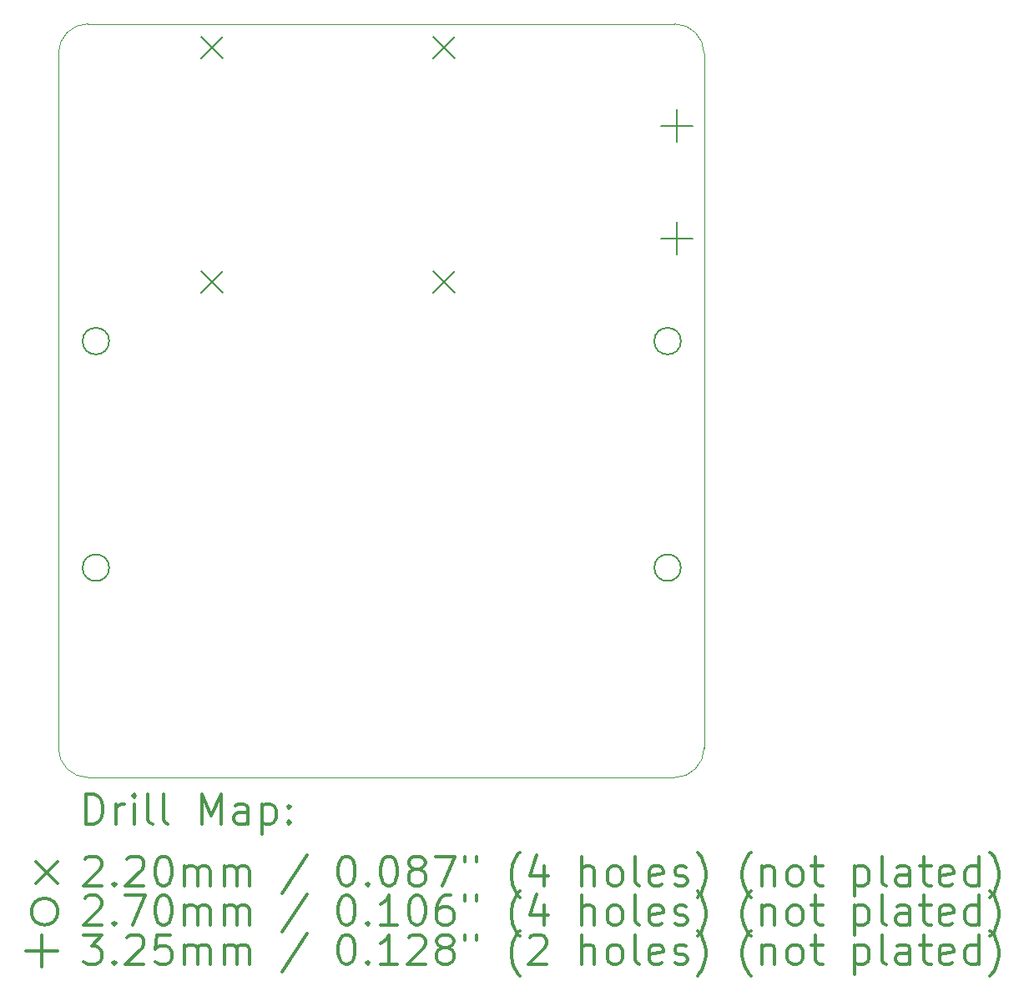
<source format=gbr>
%FSLAX45Y45*%
G04 Gerber Fmt 4.5, Leading zero omitted, Abs format (unit mm)*
G04 Created by KiCad (PCBNEW (5.0.1-3-g963ef8bb5)) date Montag, 24. Dezember 2018 um 15:41:16*
%MOMM*%
%LPD*%
G01*
G04 APERTURE LIST*
%ADD10C,0.100000*%
%ADD11C,0.200000*%
%ADD12C,0.300000*%
G04 APERTURE END LIST*
D10*
X17600000Y-12800000D02*
G75*
G03X17900000Y-12500000I0J300000D01*
G01*
X11350000Y-12500000D02*
G75*
G03X11650000Y-12800000I300000J0D01*
G01*
X11650000Y-12800000D02*
X17600000Y-12800000D01*
X11650000Y-5150000D02*
G75*
G03X11350000Y-5450000I0J-300000D01*
G01*
X17900000Y-5450000D02*
G75*
G03X17600000Y-5150000I-300000J0D01*
G01*
X11650000Y-5150000D02*
X17600000Y-5150000D01*
X11350000Y-5450000D02*
X11350000Y-12500000D01*
X17900000Y-5450000D02*
X17900000Y-12500000D01*
D11*
X12798000Y-5282000D02*
X13018000Y-5502000D01*
X13018000Y-5282000D02*
X12798000Y-5502000D01*
X12798000Y-7657000D02*
X13018000Y-7877000D01*
X13018000Y-7657000D02*
X12798000Y-7877000D01*
X15148000Y-5282000D02*
X15368000Y-5502000D01*
X15368000Y-5282000D02*
X15148000Y-5502000D01*
X15148000Y-7657000D02*
X15368000Y-7877000D01*
X15368000Y-7657000D02*
X15148000Y-7877000D01*
X17665000Y-10670000D02*
G75*
G03X17665000Y-10670000I-135000J0D01*
G01*
X17665000Y-8370000D02*
G75*
G03X17665000Y-8370000I-135000J0D01*
G01*
X11865000Y-8370000D02*
G75*
G03X11865000Y-8370000I-135000J0D01*
G01*
X11865000Y-10670000D02*
G75*
G03X11865000Y-10670000I-135000J0D01*
G01*
X17624000Y-6020500D02*
X17624000Y-6345500D01*
X17461500Y-6183000D02*
X17786500Y-6183000D01*
X17624000Y-7163500D02*
X17624000Y-7488500D01*
X17461500Y-7326000D02*
X17786500Y-7326000D01*
D12*
X11631428Y-13270714D02*
X11631428Y-12970714D01*
X11702857Y-12970714D01*
X11745714Y-12985000D01*
X11774286Y-13013571D01*
X11788571Y-13042143D01*
X11802857Y-13099286D01*
X11802857Y-13142143D01*
X11788571Y-13199286D01*
X11774286Y-13227857D01*
X11745714Y-13256429D01*
X11702857Y-13270714D01*
X11631428Y-13270714D01*
X11931428Y-13270714D02*
X11931428Y-13070714D01*
X11931428Y-13127857D02*
X11945714Y-13099286D01*
X11960000Y-13085000D01*
X11988571Y-13070714D01*
X12017143Y-13070714D01*
X12117143Y-13270714D02*
X12117143Y-13070714D01*
X12117143Y-12970714D02*
X12102857Y-12985000D01*
X12117143Y-12999286D01*
X12131428Y-12985000D01*
X12117143Y-12970714D01*
X12117143Y-12999286D01*
X12302857Y-13270714D02*
X12274286Y-13256429D01*
X12260000Y-13227857D01*
X12260000Y-12970714D01*
X12460000Y-13270714D02*
X12431428Y-13256429D01*
X12417143Y-13227857D01*
X12417143Y-12970714D01*
X12802857Y-13270714D02*
X12802857Y-12970714D01*
X12902857Y-13185000D01*
X13002857Y-12970714D01*
X13002857Y-13270714D01*
X13274286Y-13270714D02*
X13274286Y-13113571D01*
X13260000Y-13085000D01*
X13231428Y-13070714D01*
X13174286Y-13070714D01*
X13145714Y-13085000D01*
X13274286Y-13256429D02*
X13245714Y-13270714D01*
X13174286Y-13270714D01*
X13145714Y-13256429D01*
X13131428Y-13227857D01*
X13131428Y-13199286D01*
X13145714Y-13170714D01*
X13174286Y-13156429D01*
X13245714Y-13156429D01*
X13274286Y-13142143D01*
X13417143Y-13070714D02*
X13417143Y-13370714D01*
X13417143Y-13085000D02*
X13445714Y-13070714D01*
X13502857Y-13070714D01*
X13531428Y-13085000D01*
X13545714Y-13099286D01*
X13560000Y-13127857D01*
X13560000Y-13213571D01*
X13545714Y-13242143D01*
X13531428Y-13256429D01*
X13502857Y-13270714D01*
X13445714Y-13270714D01*
X13417143Y-13256429D01*
X13688571Y-13242143D02*
X13702857Y-13256429D01*
X13688571Y-13270714D01*
X13674286Y-13256429D01*
X13688571Y-13242143D01*
X13688571Y-13270714D01*
X13688571Y-13085000D02*
X13702857Y-13099286D01*
X13688571Y-13113571D01*
X13674286Y-13099286D01*
X13688571Y-13085000D01*
X13688571Y-13113571D01*
X11125000Y-13655000D02*
X11345000Y-13875000D01*
X11345000Y-13655000D02*
X11125000Y-13875000D01*
X11617143Y-13629286D02*
X11631428Y-13615000D01*
X11660000Y-13600714D01*
X11731428Y-13600714D01*
X11760000Y-13615000D01*
X11774286Y-13629286D01*
X11788571Y-13657857D01*
X11788571Y-13686429D01*
X11774286Y-13729286D01*
X11602857Y-13900714D01*
X11788571Y-13900714D01*
X11917143Y-13872143D02*
X11931428Y-13886429D01*
X11917143Y-13900714D01*
X11902857Y-13886429D01*
X11917143Y-13872143D01*
X11917143Y-13900714D01*
X12045714Y-13629286D02*
X12060000Y-13615000D01*
X12088571Y-13600714D01*
X12160000Y-13600714D01*
X12188571Y-13615000D01*
X12202857Y-13629286D01*
X12217143Y-13657857D01*
X12217143Y-13686429D01*
X12202857Y-13729286D01*
X12031428Y-13900714D01*
X12217143Y-13900714D01*
X12402857Y-13600714D02*
X12431428Y-13600714D01*
X12460000Y-13615000D01*
X12474286Y-13629286D01*
X12488571Y-13657857D01*
X12502857Y-13715000D01*
X12502857Y-13786429D01*
X12488571Y-13843571D01*
X12474286Y-13872143D01*
X12460000Y-13886429D01*
X12431428Y-13900714D01*
X12402857Y-13900714D01*
X12374286Y-13886429D01*
X12360000Y-13872143D01*
X12345714Y-13843571D01*
X12331428Y-13786429D01*
X12331428Y-13715000D01*
X12345714Y-13657857D01*
X12360000Y-13629286D01*
X12374286Y-13615000D01*
X12402857Y-13600714D01*
X12631428Y-13900714D02*
X12631428Y-13700714D01*
X12631428Y-13729286D02*
X12645714Y-13715000D01*
X12674286Y-13700714D01*
X12717143Y-13700714D01*
X12745714Y-13715000D01*
X12760000Y-13743571D01*
X12760000Y-13900714D01*
X12760000Y-13743571D02*
X12774286Y-13715000D01*
X12802857Y-13700714D01*
X12845714Y-13700714D01*
X12874286Y-13715000D01*
X12888571Y-13743571D01*
X12888571Y-13900714D01*
X13031428Y-13900714D02*
X13031428Y-13700714D01*
X13031428Y-13729286D02*
X13045714Y-13715000D01*
X13074286Y-13700714D01*
X13117143Y-13700714D01*
X13145714Y-13715000D01*
X13160000Y-13743571D01*
X13160000Y-13900714D01*
X13160000Y-13743571D02*
X13174286Y-13715000D01*
X13202857Y-13700714D01*
X13245714Y-13700714D01*
X13274286Y-13715000D01*
X13288571Y-13743571D01*
X13288571Y-13900714D01*
X13874286Y-13586429D02*
X13617143Y-13972143D01*
X14260000Y-13600714D02*
X14288571Y-13600714D01*
X14317143Y-13615000D01*
X14331428Y-13629286D01*
X14345714Y-13657857D01*
X14360000Y-13715000D01*
X14360000Y-13786429D01*
X14345714Y-13843571D01*
X14331428Y-13872143D01*
X14317143Y-13886429D01*
X14288571Y-13900714D01*
X14260000Y-13900714D01*
X14231428Y-13886429D01*
X14217143Y-13872143D01*
X14202857Y-13843571D01*
X14188571Y-13786429D01*
X14188571Y-13715000D01*
X14202857Y-13657857D01*
X14217143Y-13629286D01*
X14231428Y-13615000D01*
X14260000Y-13600714D01*
X14488571Y-13872143D02*
X14502857Y-13886429D01*
X14488571Y-13900714D01*
X14474286Y-13886429D01*
X14488571Y-13872143D01*
X14488571Y-13900714D01*
X14688571Y-13600714D02*
X14717143Y-13600714D01*
X14745714Y-13615000D01*
X14760000Y-13629286D01*
X14774286Y-13657857D01*
X14788571Y-13715000D01*
X14788571Y-13786429D01*
X14774286Y-13843571D01*
X14760000Y-13872143D01*
X14745714Y-13886429D01*
X14717143Y-13900714D01*
X14688571Y-13900714D01*
X14660000Y-13886429D01*
X14645714Y-13872143D01*
X14631428Y-13843571D01*
X14617143Y-13786429D01*
X14617143Y-13715000D01*
X14631428Y-13657857D01*
X14645714Y-13629286D01*
X14660000Y-13615000D01*
X14688571Y-13600714D01*
X14960000Y-13729286D02*
X14931428Y-13715000D01*
X14917143Y-13700714D01*
X14902857Y-13672143D01*
X14902857Y-13657857D01*
X14917143Y-13629286D01*
X14931428Y-13615000D01*
X14960000Y-13600714D01*
X15017143Y-13600714D01*
X15045714Y-13615000D01*
X15060000Y-13629286D01*
X15074286Y-13657857D01*
X15074286Y-13672143D01*
X15060000Y-13700714D01*
X15045714Y-13715000D01*
X15017143Y-13729286D01*
X14960000Y-13729286D01*
X14931428Y-13743571D01*
X14917143Y-13757857D01*
X14902857Y-13786429D01*
X14902857Y-13843571D01*
X14917143Y-13872143D01*
X14931428Y-13886429D01*
X14960000Y-13900714D01*
X15017143Y-13900714D01*
X15045714Y-13886429D01*
X15060000Y-13872143D01*
X15074286Y-13843571D01*
X15074286Y-13786429D01*
X15060000Y-13757857D01*
X15045714Y-13743571D01*
X15017143Y-13729286D01*
X15174286Y-13600714D02*
X15374286Y-13600714D01*
X15245714Y-13900714D01*
X15474286Y-13600714D02*
X15474286Y-13657857D01*
X15588571Y-13600714D02*
X15588571Y-13657857D01*
X16031428Y-14015000D02*
X16017143Y-14000714D01*
X15988571Y-13957857D01*
X15974286Y-13929286D01*
X15960000Y-13886429D01*
X15945714Y-13815000D01*
X15945714Y-13757857D01*
X15960000Y-13686429D01*
X15974286Y-13643571D01*
X15988571Y-13615000D01*
X16017143Y-13572143D01*
X16031428Y-13557857D01*
X16274286Y-13700714D02*
X16274286Y-13900714D01*
X16202857Y-13586429D02*
X16131428Y-13800714D01*
X16317143Y-13800714D01*
X16660000Y-13900714D02*
X16660000Y-13600714D01*
X16788571Y-13900714D02*
X16788571Y-13743571D01*
X16774286Y-13715000D01*
X16745714Y-13700714D01*
X16702857Y-13700714D01*
X16674286Y-13715000D01*
X16660000Y-13729286D01*
X16974286Y-13900714D02*
X16945714Y-13886429D01*
X16931428Y-13872143D01*
X16917143Y-13843571D01*
X16917143Y-13757857D01*
X16931428Y-13729286D01*
X16945714Y-13715000D01*
X16974286Y-13700714D01*
X17017143Y-13700714D01*
X17045714Y-13715000D01*
X17060000Y-13729286D01*
X17074286Y-13757857D01*
X17074286Y-13843571D01*
X17060000Y-13872143D01*
X17045714Y-13886429D01*
X17017143Y-13900714D01*
X16974286Y-13900714D01*
X17245714Y-13900714D02*
X17217143Y-13886429D01*
X17202857Y-13857857D01*
X17202857Y-13600714D01*
X17474286Y-13886429D02*
X17445714Y-13900714D01*
X17388571Y-13900714D01*
X17360000Y-13886429D01*
X17345714Y-13857857D01*
X17345714Y-13743571D01*
X17360000Y-13715000D01*
X17388571Y-13700714D01*
X17445714Y-13700714D01*
X17474286Y-13715000D01*
X17488571Y-13743571D01*
X17488571Y-13772143D01*
X17345714Y-13800714D01*
X17602857Y-13886429D02*
X17631428Y-13900714D01*
X17688571Y-13900714D01*
X17717143Y-13886429D01*
X17731428Y-13857857D01*
X17731428Y-13843571D01*
X17717143Y-13815000D01*
X17688571Y-13800714D01*
X17645714Y-13800714D01*
X17617143Y-13786429D01*
X17602857Y-13757857D01*
X17602857Y-13743571D01*
X17617143Y-13715000D01*
X17645714Y-13700714D01*
X17688571Y-13700714D01*
X17717143Y-13715000D01*
X17831428Y-14015000D02*
X17845714Y-14000714D01*
X17874286Y-13957857D01*
X17888571Y-13929286D01*
X17902857Y-13886429D01*
X17917143Y-13815000D01*
X17917143Y-13757857D01*
X17902857Y-13686429D01*
X17888571Y-13643571D01*
X17874286Y-13615000D01*
X17845714Y-13572143D01*
X17831428Y-13557857D01*
X18374286Y-14015000D02*
X18360000Y-14000714D01*
X18331428Y-13957857D01*
X18317143Y-13929286D01*
X18302857Y-13886429D01*
X18288571Y-13815000D01*
X18288571Y-13757857D01*
X18302857Y-13686429D01*
X18317143Y-13643571D01*
X18331428Y-13615000D01*
X18360000Y-13572143D01*
X18374286Y-13557857D01*
X18488571Y-13700714D02*
X18488571Y-13900714D01*
X18488571Y-13729286D02*
X18502857Y-13715000D01*
X18531428Y-13700714D01*
X18574286Y-13700714D01*
X18602857Y-13715000D01*
X18617143Y-13743571D01*
X18617143Y-13900714D01*
X18802857Y-13900714D02*
X18774286Y-13886429D01*
X18760000Y-13872143D01*
X18745714Y-13843571D01*
X18745714Y-13757857D01*
X18760000Y-13729286D01*
X18774286Y-13715000D01*
X18802857Y-13700714D01*
X18845714Y-13700714D01*
X18874286Y-13715000D01*
X18888571Y-13729286D01*
X18902857Y-13757857D01*
X18902857Y-13843571D01*
X18888571Y-13872143D01*
X18874286Y-13886429D01*
X18845714Y-13900714D01*
X18802857Y-13900714D01*
X18988571Y-13700714D02*
X19102857Y-13700714D01*
X19031428Y-13600714D02*
X19031428Y-13857857D01*
X19045714Y-13886429D01*
X19074286Y-13900714D01*
X19102857Y-13900714D01*
X19431428Y-13700714D02*
X19431428Y-14000714D01*
X19431428Y-13715000D02*
X19460000Y-13700714D01*
X19517143Y-13700714D01*
X19545714Y-13715000D01*
X19560000Y-13729286D01*
X19574286Y-13757857D01*
X19574286Y-13843571D01*
X19560000Y-13872143D01*
X19545714Y-13886429D01*
X19517143Y-13900714D01*
X19460000Y-13900714D01*
X19431428Y-13886429D01*
X19745714Y-13900714D02*
X19717143Y-13886429D01*
X19702857Y-13857857D01*
X19702857Y-13600714D01*
X19988571Y-13900714D02*
X19988571Y-13743571D01*
X19974286Y-13715000D01*
X19945714Y-13700714D01*
X19888571Y-13700714D01*
X19860000Y-13715000D01*
X19988571Y-13886429D02*
X19960000Y-13900714D01*
X19888571Y-13900714D01*
X19860000Y-13886429D01*
X19845714Y-13857857D01*
X19845714Y-13829286D01*
X19860000Y-13800714D01*
X19888571Y-13786429D01*
X19960000Y-13786429D01*
X19988571Y-13772143D01*
X20088571Y-13700714D02*
X20202857Y-13700714D01*
X20131428Y-13600714D02*
X20131428Y-13857857D01*
X20145714Y-13886429D01*
X20174286Y-13900714D01*
X20202857Y-13900714D01*
X20417143Y-13886429D02*
X20388571Y-13900714D01*
X20331428Y-13900714D01*
X20302857Y-13886429D01*
X20288571Y-13857857D01*
X20288571Y-13743571D01*
X20302857Y-13715000D01*
X20331428Y-13700714D01*
X20388571Y-13700714D01*
X20417143Y-13715000D01*
X20431428Y-13743571D01*
X20431428Y-13772143D01*
X20288571Y-13800714D01*
X20688571Y-13900714D02*
X20688571Y-13600714D01*
X20688571Y-13886429D02*
X20660000Y-13900714D01*
X20602857Y-13900714D01*
X20574286Y-13886429D01*
X20560000Y-13872143D01*
X20545714Y-13843571D01*
X20545714Y-13757857D01*
X20560000Y-13729286D01*
X20574286Y-13715000D01*
X20602857Y-13700714D01*
X20660000Y-13700714D01*
X20688571Y-13715000D01*
X20802857Y-14015000D02*
X20817143Y-14000714D01*
X20845714Y-13957857D01*
X20860000Y-13929286D01*
X20874286Y-13886429D01*
X20888571Y-13815000D01*
X20888571Y-13757857D01*
X20874286Y-13686429D01*
X20860000Y-13643571D01*
X20845714Y-13615000D01*
X20817143Y-13572143D01*
X20802857Y-13557857D01*
X11345000Y-14161000D02*
G75*
G03X11345000Y-14161000I-135000J0D01*
G01*
X11617143Y-14025286D02*
X11631428Y-14011000D01*
X11660000Y-13996714D01*
X11731428Y-13996714D01*
X11760000Y-14011000D01*
X11774286Y-14025286D01*
X11788571Y-14053857D01*
X11788571Y-14082429D01*
X11774286Y-14125286D01*
X11602857Y-14296714D01*
X11788571Y-14296714D01*
X11917143Y-14268143D02*
X11931428Y-14282429D01*
X11917143Y-14296714D01*
X11902857Y-14282429D01*
X11917143Y-14268143D01*
X11917143Y-14296714D01*
X12031428Y-13996714D02*
X12231428Y-13996714D01*
X12102857Y-14296714D01*
X12402857Y-13996714D02*
X12431428Y-13996714D01*
X12460000Y-14011000D01*
X12474286Y-14025286D01*
X12488571Y-14053857D01*
X12502857Y-14111000D01*
X12502857Y-14182429D01*
X12488571Y-14239571D01*
X12474286Y-14268143D01*
X12460000Y-14282429D01*
X12431428Y-14296714D01*
X12402857Y-14296714D01*
X12374286Y-14282429D01*
X12360000Y-14268143D01*
X12345714Y-14239571D01*
X12331428Y-14182429D01*
X12331428Y-14111000D01*
X12345714Y-14053857D01*
X12360000Y-14025286D01*
X12374286Y-14011000D01*
X12402857Y-13996714D01*
X12631428Y-14296714D02*
X12631428Y-14096714D01*
X12631428Y-14125286D02*
X12645714Y-14111000D01*
X12674286Y-14096714D01*
X12717143Y-14096714D01*
X12745714Y-14111000D01*
X12760000Y-14139571D01*
X12760000Y-14296714D01*
X12760000Y-14139571D02*
X12774286Y-14111000D01*
X12802857Y-14096714D01*
X12845714Y-14096714D01*
X12874286Y-14111000D01*
X12888571Y-14139571D01*
X12888571Y-14296714D01*
X13031428Y-14296714D02*
X13031428Y-14096714D01*
X13031428Y-14125286D02*
X13045714Y-14111000D01*
X13074286Y-14096714D01*
X13117143Y-14096714D01*
X13145714Y-14111000D01*
X13160000Y-14139571D01*
X13160000Y-14296714D01*
X13160000Y-14139571D02*
X13174286Y-14111000D01*
X13202857Y-14096714D01*
X13245714Y-14096714D01*
X13274286Y-14111000D01*
X13288571Y-14139571D01*
X13288571Y-14296714D01*
X13874286Y-13982429D02*
X13617143Y-14368143D01*
X14260000Y-13996714D02*
X14288571Y-13996714D01*
X14317143Y-14011000D01*
X14331428Y-14025286D01*
X14345714Y-14053857D01*
X14360000Y-14111000D01*
X14360000Y-14182429D01*
X14345714Y-14239571D01*
X14331428Y-14268143D01*
X14317143Y-14282429D01*
X14288571Y-14296714D01*
X14260000Y-14296714D01*
X14231428Y-14282429D01*
X14217143Y-14268143D01*
X14202857Y-14239571D01*
X14188571Y-14182429D01*
X14188571Y-14111000D01*
X14202857Y-14053857D01*
X14217143Y-14025286D01*
X14231428Y-14011000D01*
X14260000Y-13996714D01*
X14488571Y-14268143D02*
X14502857Y-14282429D01*
X14488571Y-14296714D01*
X14474286Y-14282429D01*
X14488571Y-14268143D01*
X14488571Y-14296714D01*
X14788571Y-14296714D02*
X14617143Y-14296714D01*
X14702857Y-14296714D02*
X14702857Y-13996714D01*
X14674286Y-14039571D01*
X14645714Y-14068143D01*
X14617143Y-14082429D01*
X14974286Y-13996714D02*
X15002857Y-13996714D01*
X15031428Y-14011000D01*
X15045714Y-14025286D01*
X15060000Y-14053857D01*
X15074286Y-14111000D01*
X15074286Y-14182429D01*
X15060000Y-14239571D01*
X15045714Y-14268143D01*
X15031428Y-14282429D01*
X15002857Y-14296714D01*
X14974286Y-14296714D01*
X14945714Y-14282429D01*
X14931428Y-14268143D01*
X14917143Y-14239571D01*
X14902857Y-14182429D01*
X14902857Y-14111000D01*
X14917143Y-14053857D01*
X14931428Y-14025286D01*
X14945714Y-14011000D01*
X14974286Y-13996714D01*
X15331428Y-13996714D02*
X15274286Y-13996714D01*
X15245714Y-14011000D01*
X15231428Y-14025286D01*
X15202857Y-14068143D01*
X15188571Y-14125286D01*
X15188571Y-14239571D01*
X15202857Y-14268143D01*
X15217143Y-14282429D01*
X15245714Y-14296714D01*
X15302857Y-14296714D01*
X15331428Y-14282429D01*
X15345714Y-14268143D01*
X15360000Y-14239571D01*
X15360000Y-14168143D01*
X15345714Y-14139571D01*
X15331428Y-14125286D01*
X15302857Y-14111000D01*
X15245714Y-14111000D01*
X15217143Y-14125286D01*
X15202857Y-14139571D01*
X15188571Y-14168143D01*
X15474286Y-13996714D02*
X15474286Y-14053857D01*
X15588571Y-13996714D02*
X15588571Y-14053857D01*
X16031428Y-14411000D02*
X16017143Y-14396714D01*
X15988571Y-14353857D01*
X15974286Y-14325286D01*
X15960000Y-14282429D01*
X15945714Y-14211000D01*
X15945714Y-14153857D01*
X15960000Y-14082429D01*
X15974286Y-14039571D01*
X15988571Y-14011000D01*
X16017143Y-13968143D01*
X16031428Y-13953857D01*
X16274286Y-14096714D02*
X16274286Y-14296714D01*
X16202857Y-13982429D02*
X16131428Y-14196714D01*
X16317143Y-14196714D01*
X16660000Y-14296714D02*
X16660000Y-13996714D01*
X16788571Y-14296714D02*
X16788571Y-14139571D01*
X16774286Y-14111000D01*
X16745714Y-14096714D01*
X16702857Y-14096714D01*
X16674286Y-14111000D01*
X16660000Y-14125286D01*
X16974286Y-14296714D02*
X16945714Y-14282429D01*
X16931428Y-14268143D01*
X16917143Y-14239571D01*
X16917143Y-14153857D01*
X16931428Y-14125286D01*
X16945714Y-14111000D01*
X16974286Y-14096714D01*
X17017143Y-14096714D01*
X17045714Y-14111000D01*
X17060000Y-14125286D01*
X17074286Y-14153857D01*
X17074286Y-14239571D01*
X17060000Y-14268143D01*
X17045714Y-14282429D01*
X17017143Y-14296714D01*
X16974286Y-14296714D01*
X17245714Y-14296714D02*
X17217143Y-14282429D01*
X17202857Y-14253857D01*
X17202857Y-13996714D01*
X17474286Y-14282429D02*
X17445714Y-14296714D01*
X17388571Y-14296714D01*
X17360000Y-14282429D01*
X17345714Y-14253857D01*
X17345714Y-14139571D01*
X17360000Y-14111000D01*
X17388571Y-14096714D01*
X17445714Y-14096714D01*
X17474286Y-14111000D01*
X17488571Y-14139571D01*
X17488571Y-14168143D01*
X17345714Y-14196714D01*
X17602857Y-14282429D02*
X17631428Y-14296714D01*
X17688571Y-14296714D01*
X17717143Y-14282429D01*
X17731428Y-14253857D01*
X17731428Y-14239571D01*
X17717143Y-14211000D01*
X17688571Y-14196714D01*
X17645714Y-14196714D01*
X17617143Y-14182429D01*
X17602857Y-14153857D01*
X17602857Y-14139571D01*
X17617143Y-14111000D01*
X17645714Y-14096714D01*
X17688571Y-14096714D01*
X17717143Y-14111000D01*
X17831428Y-14411000D02*
X17845714Y-14396714D01*
X17874286Y-14353857D01*
X17888571Y-14325286D01*
X17902857Y-14282429D01*
X17917143Y-14211000D01*
X17917143Y-14153857D01*
X17902857Y-14082429D01*
X17888571Y-14039571D01*
X17874286Y-14011000D01*
X17845714Y-13968143D01*
X17831428Y-13953857D01*
X18374286Y-14411000D02*
X18360000Y-14396714D01*
X18331428Y-14353857D01*
X18317143Y-14325286D01*
X18302857Y-14282429D01*
X18288571Y-14211000D01*
X18288571Y-14153857D01*
X18302857Y-14082429D01*
X18317143Y-14039571D01*
X18331428Y-14011000D01*
X18360000Y-13968143D01*
X18374286Y-13953857D01*
X18488571Y-14096714D02*
X18488571Y-14296714D01*
X18488571Y-14125286D02*
X18502857Y-14111000D01*
X18531428Y-14096714D01*
X18574286Y-14096714D01*
X18602857Y-14111000D01*
X18617143Y-14139571D01*
X18617143Y-14296714D01*
X18802857Y-14296714D02*
X18774286Y-14282429D01*
X18760000Y-14268143D01*
X18745714Y-14239571D01*
X18745714Y-14153857D01*
X18760000Y-14125286D01*
X18774286Y-14111000D01*
X18802857Y-14096714D01*
X18845714Y-14096714D01*
X18874286Y-14111000D01*
X18888571Y-14125286D01*
X18902857Y-14153857D01*
X18902857Y-14239571D01*
X18888571Y-14268143D01*
X18874286Y-14282429D01*
X18845714Y-14296714D01*
X18802857Y-14296714D01*
X18988571Y-14096714D02*
X19102857Y-14096714D01*
X19031428Y-13996714D02*
X19031428Y-14253857D01*
X19045714Y-14282429D01*
X19074286Y-14296714D01*
X19102857Y-14296714D01*
X19431428Y-14096714D02*
X19431428Y-14396714D01*
X19431428Y-14111000D02*
X19460000Y-14096714D01*
X19517143Y-14096714D01*
X19545714Y-14111000D01*
X19560000Y-14125286D01*
X19574286Y-14153857D01*
X19574286Y-14239571D01*
X19560000Y-14268143D01*
X19545714Y-14282429D01*
X19517143Y-14296714D01*
X19460000Y-14296714D01*
X19431428Y-14282429D01*
X19745714Y-14296714D02*
X19717143Y-14282429D01*
X19702857Y-14253857D01*
X19702857Y-13996714D01*
X19988571Y-14296714D02*
X19988571Y-14139571D01*
X19974286Y-14111000D01*
X19945714Y-14096714D01*
X19888571Y-14096714D01*
X19860000Y-14111000D01*
X19988571Y-14282429D02*
X19960000Y-14296714D01*
X19888571Y-14296714D01*
X19860000Y-14282429D01*
X19845714Y-14253857D01*
X19845714Y-14225286D01*
X19860000Y-14196714D01*
X19888571Y-14182429D01*
X19960000Y-14182429D01*
X19988571Y-14168143D01*
X20088571Y-14096714D02*
X20202857Y-14096714D01*
X20131428Y-13996714D02*
X20131428Y-14253857D01*
X20145714Y-14282429D01*
X20174286Y-14296714D01*
X20202857Y-14296714D01*
X20417143Y-14282429D02*
X20388571Y-14296714D01*
X20331428Y-14296714D01*
X20302857Y-14282429D01*
X20288571Y-14253857D01*
X20288571Y-14139571D01*
X20302857Y-14111000D01*
X20331428Y-14096714D01*
X20388571Y-14096714D01*
X20417143Y-14111000D01*
X20431428Y-14139571D01*
X20431428Y-14168143D01*
X20288571Y-14196714D01*
X20688571Y-14296714D02*
X20688571Y-13996714D01*
X20688571Y-14282429D02*
X20660000Y-14296714D01*
X20602857Y-14296714D01*
X20574286Y-14282429D01*
X20560000Y-14268143D01*
X20545714Y-14239571D01*
X20545714Y-14153857D01*
X20560000Y-14125286D01*
X20574286Y-14111000D01*
X20602857Y-14096714D01*
X20660000Y-14096714D01*
X20688571Y-14111000D01*
X20802857Y-14411000D02*
X20817143Y-14396714D01*
X20845714Y-14353857D01*
X20860000Y-14325286D01*
X20874286Y-14282429D01*
X20888571Y-14211000D01*
X20888571Y-14153857D01*
X20874286Y-14082429D01*
X20860000Y-14039571D01*
X20845714Y-14011000D01*
X20817143Y-13968143D01*
X20802857Y-13953857D01*
X11182500Y-14398500D02*
X11182500Y-14723500D01*
X11020000Y-14561000D02*
X11345000Y-14561000D01*
X11602857Y-14396714D02*
X11788571Y-14396714D01*
X11688571Y-14511000D01*
X11731428Y-14511000D01*
X11760000Y-14525286D01*
X11774286Y-14539571D01*
X11788571Y-14568143D01*
X11788571Y-14639571D01*
X11774286Y-14668143D01*
X11760000Y-14682429D01*
X11731428Y-14696714D01*
X11645714Y-14696714D01*
X11617143Y-14682429D01*
X11602857Y-14668143D01*
X11917143Y-14668143D02*
X11931428Y-14682429D01*
X11917143Y-14696714D01*
X11902857Y-14682429D01*
X11917143Y-14668143D01*
X11917143Y-14696714D01*
X12045714Y-14425286D02*
X12060000Y-14411000D01*
X12088571Y-14396714D01*
X12160000Y-14396714D01*
X12188571Y-14411000D01*
X12202857Y-14425286D01*
X12217143Y-14453857D01*
X12217143Y-14482429D01*
X12202857Y-14525286D01*
X12031428Y-14696714D01*
X12217143Y-14696714D01*
X12488571Y-14396714D02*
X12345714Y-14396714D01*
X12331428Y-14539571D01*
X12345714Y-14525286D01*
X12374286Y-14511000D01*
X12445714Y-14511000D01*
X12474286Y-14525286D01*
X12488571Y-14539571D01*
X12502857Y-14568143D01*
X12502857Y-14639571D01*
X12488571Y-14668143D01*
X12474286Y-14682429D01*
X12445714Y-14696714D01*
X12374286Y-14696714D01*
X12345714Y-14682429D01*
X12331428Y-14668143D01*
X12631428Y-14696714D02*
X12631428Y-14496714D01*
X12631428Y-14525286D02*
X12645714Y-14511000D01*
X12674286Y-14496714D01*
X12717143Y-14496714D01*
X12745714Y-14511000D01*
X12760000Y-14539571D01*
X12760000Y-14696714D01*
X12760000Y-14539571D02*
X12774286Y-14511000D01*
X12802857Y-14496714D01*
X12845714Y-14496714D01*
X12874286Y-14511000D01*
X12888571Y-14539571D01*
X12888571Y-14696714D01*
X13031428Y-14696714D02*
X13031428Y-14496714D01*
X13031428Y-14525286D02*
X13045714Y-14511000D01*
X13074286Y-14496714D01*
X13117143Y-14496714D01*
X13145714Y-14511000D01*
X13160000Y-14539571D01*
X13160000Y-14696714D01*
X13160000Y-14539571D02*
X13174286Y-14511000D01*
X13202857Y-14496714D01*
X13245714Y-14496714D01*
X13274286Y-14511000D01*
X13288571Y-14539571D01*
X13288571Y-14696714D01*
X13874286Y-14382429D02*
X13617143Y-14768143D01*
X14260000Y-14396714D02*
X14288571Y-14396714D01*
X14317143Y-14411000D01*
X14331428Y-14425286D01*
X14345714Y-14453857D01*
X14360000Y-14511000D01*
X14360000Y-14582429D01*
X14345714Y-14639571D01*
X14331428Y-14668143D01*
X14317143Y-14682429D01*
X14288571Y-14696714D01*
X14260000Y-14696714D01*
X14231428Y-14682429D01*
X14217143Y-14668143D01*
X14202857Y-14639571D01*
X14188571Y-14582429D01*
X14188571Y-14511000D01*
X14202857Y-14453857D01*
X14217143Y-14425286D01*
X14231428Y-14411000D01*
X14260000Y-14396714D01*
X14488571Y-14668143D02*
X14502857Y-14682429D01*
X14488571Y-14696714D01*
X14474286Y-14682429D01*
X14488571Y-14668143D01*
X14488571Y-14696714D01*
X14788571Y-14696714D02*
X14617143Y-14696714D01*
X14702857Y-14696714D02*
X14702857Y-14396714D01*
X14674286Y-14439571D01*
X14645714Y-14468143D01*
X14617143Y-14482429D01*
X14902857Y-14425286D02*
X14917143Y-14411000D01*
X14945714Y-14396714D01*
X15017143Y-14396714D01*
X15045714Y-14411000D01*
X15060000Y-14425286D01*
X15074286Y-14453857D01*
X15074286Y-14482429D01*
X15060000Y-14525286D01*
X14888571Y-14696714D01*
X15074286Y-14696714D01*
X15245714Y-14525286D02*
X15217143Y-14511000D01*
X15202857Y-14496714D01*
X15188571Y-14468143D01*
X15188571Y-14453857D01*
X15202857Y-14425286D01*
X15217143Y-14411000D01*
X15245714Y-14396714D01*
X15302857Y-14396714D01*
X15331428Y-14411000D01*
X15345714Y-14425286D01*
X15360000Y-14453857D01*
X15360000Y-14468143D01*
X15345714Y-14496714D01*
X15331428Y-14511000D01*
X15302857Y-14525286D01*
X15245714Y-14525286D01*
X15217143Y-14539571D01*
X15202857Y-14553857D01*
X15188571Y-14582429D01*
X15188571Y-14639571D01*
X15202857Y-14668143D01*
X15217143Y-14682429D01*
X15245714Y-14696714D01*
X15302857Y-14696714D01*
X15331428Y-14682429D01*
X15345714Y-14668143D01*
X15360000Y-14639571D01*
X15360000Y-14582429D01*
X15345714Y-14553857D01*
X15331428Y-14539571D01*
X15302857Y-14525286D01*
X15474286Y-14396714D02*
X15474286Y-14453857D01*
X15588571Y-14396714D02*
X15588571Y-14453857D01*
X16031428Y-14811000D02*
X16017143Y-14796714D01*
X15988571Y-14753857D01*
X15974286Y-14725286D01*
X15960000Y-14682429D01*
X15945714Y-14611000D01*
X15945714Y-14553857D01*
X15960000Y-14482429D01*
X15974286Y-14439571D01*
X15988571Y-14411000D01*
X16017143Y-14368143D01*
X16031428Y-14353857D01*
X16131428Y-14425286D02*
X16145714Y-14411000D01*
X16174286Y-14396714D01*
X16245714Y-14396714D01*
X16274286Y-14411000D01*
X16288571Y-14425286D01*
X16302857Y-14453857D01*
X16302857Y-14482429D01*
X16288571Y-14525286D01*
X16117143Y-14696714D01*
X16302857Y-14696714D01*
X16660000Y-14696714D02*
X16660000Y-14396714D01*
X16788571Y-14696714D02*
X16788571Y-14539571D01*
X16774286Y-14511000D01*
X16745714Y-14496714D01*
X16702857Y-14496714D01*
X16674286Y-14511000D01*
X16660000Y-14525286D01*
X16974286Y-14696714D02*
X16945714Y-14682429D01*
X16931428Y-14668143D01*
X16917143Y-14639571D01*
X16917143Y-14553857D01*
X16931428Y-14525286D01*
X16945714Y-14511000D01*
X16974286Y-14496714D01*
X17017143Y-14496714D01*
X17045714Y-14511000D01*
X17060000Y-14525286D01*
X17074286Y-14553857D01*
X17074286Y-14639571D01*
X17060000Y-14668143D01*
X17045714Y-14682429D01*
X17017143Y-14696714D01*
X16974286Y-14696714D01*
X17245714Y-14696714D02*
X17217143Y-14682429D01*
X17202857Y-14653857D01*
X17202857Y-14396714D01*
X17474286Y-14682429D02*
X17445714Y-14696714D01*
X17388571Y-14696714D01*
X17360000Y-14682429D01*
X17345714Y-14653857D01*
X17345714Y-14539571D01*
X17360000Y-14511000D01*
X17388571Y-14496714D01*
X17445714Y-14496714D01*
X17474286Y-14511000D01*
X17488571Y-14539571D01*
X17488571Y-14568143D01*
X17345714Y-14596714D01*
X17602857Y-14682429D02*
X17631428Y-14696714D01*
X17688571Y-14696714D01*
X17717143Y-14682429D01*
X17731428Y-14653857D01*
X17731428Y-14639571D01*
X17717143Y-14611000D01*
X17688571Y-14596714D01*
X17645714Y-14596714D01*
X17617143Y-14582429D01*
X17602857Y-14553857D01*
X17602857Y-14539571D01*
X17617143Y-14511000D01*
X17645714Y-14496714D01*
X17688571Y-14496714D01*
X17717143Y-14511000D01*
X17831428Y-14811000D02*
X17845714Y-14796714D01*
X17874286Y-14753857D01*
X17888571Y-14725286D01*
X17902857Y-14682429D01*
X17917143Y-14611000D01*
X17917143Y-14553857D01*
X17902857Y-14482429D01*
X17888571Y-14439571D01*
X17874286Y-14411000D01*
X17845714Y-14368143D01*
X17831428Y-14353857D01*
X18374286Y-14811000D02*
X18360000Y-14796714D01*
X18331428Y-14753857D01*
X18317143Y-14725286D01*
X18302857Y-14682429D01*
X18288571Y-14611000D01*
X18288571Y-14553857D01*
X18302857Y-14482429D01*
X18317143Y-14439571D01*
X18331428Y-14411000D01*
X18360000Y-14368143D01*
X18374286Y-14353857D01*
X18488571Y-14496714D02*
X18488571Y-14696714D01*
X18488571Y-14525286D02*
X18502857Y-14511000D01*
X18531428Y-14496714D01*
X18574286Y-14496714D01*
X18602857Y-14511000D01*
X18617143Y-14539571D01*
X18617143Y-14696714D01*
X18802857Y-14696714D02*
X18774286Y-14682429D01*
X18760000Y-14668143D01*
X18745714Y-14639571D01*
X18745714Y-14553857D01*
X18760000Y-14525286D01*
X18774286Y-14511000D01*
X18802857Y-14496714D01*
X18845714Y-14496714D01*
X18874286Y-14511000D01*
X18888571Y-14525286D01*
X18902857Y-14553857D01*
X18902857Y-14639571D01*
X18888571Y-14668143D01*
X18874286Y-14682429D01*
X18845714Y-14696714D01*
X18802857Y-14696714D01*
X18988571Y-14496714D02*
X19102857Y-14496714D01*
X19031428Y-14396714D02*
X19031428Y-14653857D01*
X19045714Y-14682429D01*
X19074286Y-14696714D01*
X19102857Y-14696714D01*
X19431428Y-14496714D02*
X19431428Y-14796714D01*
X19431428Y-14511000D02*
X19460000Y-14496714D01*
X19517143Y-14496714D01*
X19545714Y-14511000D01*
X19560000Y-14525286D01*
X19574286Y-14553857D01*
X19574286Y-14639571D01*
X19560000Y-14668143D01*
X19545714Y-14682429D01*
X19517143Y-14696714D01*
X19460000Y-14696714D01*
X19431428Y-14682429D01*
X19745714Y-14696714D02*
X19717143Y-14682429D01*
X19702857Y-14653857D01*
X19702857Y-14396714D01*
X19988571Y-14696714D02*
X19988571Y-14539571D01*
X19974286Y-14511000D01*
X19945714Y-14496714D01*
X19888571Y-14496714D01*
X19860000Y-14511000D01*
X19988571Y-14682429D02*
X19960000Y-14696714D01*
X19888571Y-14696714D01*
X19860000Y-14682429D01*
X19845714Y-14653857D01*
X19845714Y-14625286D01*
X19860000Y-14596714D01*
X19888571Y-14582429D01*
X19960000Y-14582429D01*
X19988571Y-14568143D01*
X20088571Y-14496714D02*
X20202857Y-14496714D01*
X20131428Y-14396714D02*
X20131428Y-14653857D01*
X20145714Y-14682429D01*
X20174286Y-14696714D01*
X20202857Y-14696714D01*
X20417143Y-14682429D02*
X20388571Y-14696714D01*
X20331428Y-14696714D01*
X20302857Y-14682429D01*
X20288571Y-14653857D01*
X20288571Y-14539571D01*
X20302857Y-14511000D01*
X20331428Y-14496714D01*
X20388571Y-14496714D01*
X20417143Y-14511000D01*
X20431428Y-14539571D01*
X20431428Y-14568143D01*
X20288571Y-14596714D01*
X20688571Y-14696714D02*
X20688571Y-14396714D01*
X20688571Y-14682429D02*
X20660000Y-14696714D01*
X20602857Y-14696714D01*
X20574286Y-14682429D01*
X20560000Y-14668143D01*
X20545714Y-14639571D01*
X20545714Y-14553857D01*
X20560000Y-14525286D01*
X20574286Y-14511000D01*
X20602857Y-14496714D01*
X20660000Y-14496714D01*
X20688571Y-14511000D01*
X20802857Y-14811000D02*
X20817143Y-14796714D01*
X20845714Y-14753857D01*
X20860000Y-14725286D01*
X20874286Y-14682429D01*
X20888571Y-14611000D01*
X20888571Y-14553857D01*
X20874286Y-14482429D01*
X20860000Y-14439571D01*
X20845714Y-14411000D01*
X20817143Y-14368143D01*
X20802857Y-14353857D01*
M02*

</source>
